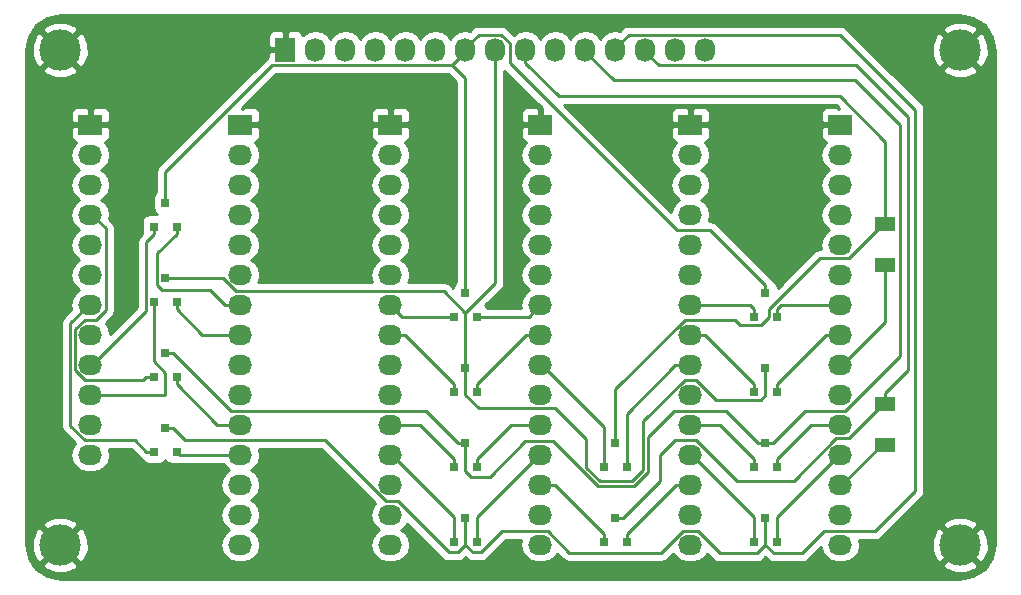
<source format=gtl>
G04 #@! TF.FileFunction,Copper,L1,Top,Signal*
%FSLAX46Y46*%
G04 Gerber Fmt 4.6, Leading zero omitted, Abs format (unit mm)*
G04 Created by KiCad (PCBNEW 4.0.2-4+6225~38~ubuntu15.10.1-stable) date Sun 27 Mar 2016 09:59:08 PM MSK*
%MOMM*%
G01*
G04 APERTURE LIST*
%ADD10C,0.020000*%
%ADD11C,3.500000*%
%ADD12R,2.032000X1.727200*%
%ADD13O,2.032000X1.727200*%
%ADD14R,0.800100X0.800100*%
%ADD15R,1.699260X1.300480*%
%ADD16R,1.727200X2.032000*%
%ADD17O,1.727200X2.032000*%
%ADD18C,0.250000*%
%ADD19C,0.254000*%
G04 APERTURE END LIST*
D10*
D11*
X161290000Y-101600000D03*
X161290000Y-143510000D03*
X85090000Y-143510000D03*
D12*
X125730000Y-107950000D03*
D13*
X125730000Y-110490000D03*
X125730000Y-113030000D03*
X125730000Y-115570000D03*
X125730000Y-118110000D03*
X125730000Y-120650000D03*
X125730000Y-123190000D03*
X125730000Y-125730000D03*
X125730000Y-128270000D03*
X125730000Y-130810000D03*
X125730000Y-133350000D03*
X125730000Y-135890000D03*
X125730000Y-138430000D03*
X125730000Y-140970000D03*
X125730000Y-143510000D03*
D12*
X138430000Y-107950000D03*
D13*
X138430000Y-110490000D03*
X138430000Y-113030000D03*
X138430000Y-115570000D03*
X138430000Y-118110000D03*
X138430000Y-120650000D03*
X138430000Y-123190000D03*
X138430000Y-125730000D03*
X138430000Y-128270000D03*
X138430000Y-130810000D03*
X138430000Y-133350000D03*
X138430000Y-135890000D03*
X138430000Y-138430000D03*
X138430000Y-140970000D03*
X138430000Y-143510000D03*
D12*
X100330000Y-107950000D03*
D13*
X100330000Y-110490000D03*
X100330000Y-113030000D03*
X100330000Y-115570000D03*
X100330000Y-118110000D03*
X100330000Y-120650000D03*
X100330000Y-123190000D03*
X100330000Y-125730000D03*
X100330000Y-128270000D03*
X100330000Y-130810000D03*
X100330000Y-133350000D03*
X100330000Y-135890000D03*
X100330000Y-138430000D03*
X100330000Y-140970000D03*
X100330000Y-143510000D03*
D12*
X87630000Y-107950000D03*
D13*
X87630000Y-110490000D03*
X87630000Y-113030000D03*
X87630000Y-115570000D03*
X87630000Y-118110000D03*
X87630000Y-120650000D03*
X87630000Y-123190000D03*
X87630000Y-125730000D03*
X87630000Y-128270000D03*
X87630000Y-130810000D03*
X87630000Y-133350000D03*
X87630000Y-135890000D03*
D12*
X113030000Y-107950000D03*
D13*
X113030000Y-110490000D03*
X113030000Y-113030000D03*
X113030000Y-115570000D03*
X113030000Y-118110000D03*
X113030000Y-120650000D03*
X113030000Y-123190000D03*
X113030000Y-125730000D03*
X113030000Y-128270000D03*
X113030000Y-130810000D03*
X113030000Y-133350000D03*
X113030000Y-135890000D03*
X113030000Y-138430000D03*
X113030000Y-140970000D03*
X113030000Y-143510000D03*
D12*
X151130000Y-107950000D03*
D13*
X151130000Y-110490000D03*
X151130000Y-113030000D03*
X151130000Y-115570000D03*
X151130000Y-118110000D03*
X151130000Y-120650000D03*
X151130000Y-123190000D03*
X151130000Y-125730000D03*
X151130000Y-128270000D03*
X151130000Y-130810000D03*
X151130000Y-133350000D03*
X151130000Y-135890000D03*
X151130000Y-138430000D03*
X151130000Y-140970000D03*
X151130000Y-143510000D03*
D14*
X93030000Y-129270760D03*
X94930000Y-129270760D03*
X93980000Y-127271780D03*
X118430000Y-136890760D03*
X120330000Y-136890760D03*
X119380000Y-134891780D03*
X143830000Y-136890760D03*
X145730000Y-136890760D03*
X144780000Y-134891780D03*
X93030000Y-135620760D03*
X94930000Y-135620760D03*
X93980000Y-133621780D03*
X118430000Y-143240760D03*
X120330000Y-143240760D03*
X119380000Y-141241780D03*
X93030000Y-122920760D03*
X94930000Y-122920760D03*
X93980000Y-120921780D03*
X93030000Y-116570760D03*
X94930000Y-116570760D03*
X93980000Y-114571780D03*
X118430000Y-124190760D03*
X120330000Y-124190760D03*
X119380000Y-122191780D03*
X143830000Y-124190760D03*
X145730000Y-124190760D03*
X144780000Y-122191780D03*
X131130000Y-136890760D03*
X133030000Y-136890760D03*
X132080000Y-134891780D03*
X118430000Y-130540760D03*
X120330000Y-130540760D03*
X119380000Y-128541780D03*
X131130000Y-143240760D03*
X133030000Y-143240760D03*
X132080000Y-141241780D03*
X143830000Y-130540760D03*
X145730000Y-130540760D03*
X144780000Y-128541780D03*
X143830000Y-143240760D03*
X145730000Y-143240760D03*
X144780000Y-141241780D03*
D15*
X154940000Y-116359940D03*
X154940000Y-119860060D03*
X154940000Y-131599940D03*
X154940000Y-135100060D03*
D11*
X85090000Y-101600000D03*
D16*
X104140000Y-101600000D03*
D17*
X106680000Y-101600000D03*
X109220000Y-101600000D03*
X111760000Y-101600000D03*
X114300000Y-101600000D03*
X116840000Y-101600000D03*
X119380000Y-101600000D03*
X121920000Y-101600000D03*
X124460000Y-101600000D03*
X127000000Y-101600000D03*
X129540000Y-101600000D03*
X132080000Y-101600000D03*
X134620000Y-101600000D03*
X137160000Y-101600000D03*
X139700000Y-101600000D03*
D18*
X151130000Y-128270000D02*
X151282400Y-128270000D01*
X151282400Y-128270000D02*
X154940000Y-124612400D01*
X154940000Y-124612400D02*
X154940000Y-120760300D01*
X154940000Y-120760300D02*
X154940000Y-119860060D01*
X151130000Y-138430000D02*
X151282400Y-138430000D01*
X151282400Y-138430000D02*
X154612340Y-135100060D01*
X154612340Y-135100060D02*
X154940000Y-135100060D01*
X93030000Y-129270760D02*
X92379950Y-129270760D01*
X92110710Y-129540000D02*
X87137363Y-129540000D01*
X86338990Y-125258373D02*
X87137363Y-124460000D01*
X92379950Y-129270760D02*
X92110710Y-129540000D01*
X87137363Y-129540000D02*
X86338990Y-128741627D01*
X86338990Y-128741627D02*
X86338990Y-125258373D01*
X87137363Y-124460000D02*
X88122637Y-124460000D01*
X87782400Y-115570000D02*
X87630000Y-115570000D01*
X88122637Y-124460000D02*
X88921010Y-123661627D01*
X88921010Y-123661627D02*
X88921010Y-116708610D01*
X88921010Y-116708610D02*
X87782400Y-115570000D01*
X100330000Y-133350000D02*
X98359190Y-133350000D01*
X98359190Y-133350000D02*
X94930000Y-129920810D01*
X94930000Y-129920810D02*
X94930000Y-129270760D01*
X118430000Y-136890760D02*
X118430000Y-136240710D01*
X118430000Y-136240710D02*
X115539290Y-133350000D01*
X114296000Y-133350000D02*
X113030000Y-133350000D01*
X115539290Y-133350000D02*
X114296000Y-133350000D01*
X120330000Y-136890760D02*
X120330000Y-136240710D01*
X120330000Y-136240710D02*
X123220710Y-133350000D01*
X123220710Y-133350000D02*
X124464000Y-133350000D01*
X124464000Y-133350000D02*
X125730000Y-133350000D01*
X143830000Y-136890760D02*
X143830000Y-136240710D01*
X143830000Y-136240710D02*
X140939290Y-133350000D01*
X140939290Y-133350000D02*
X139696000Y-133350000D01*
X139696000Y-133350000D02*
X138430000Y-133350000D01*
X145730000Y-136890760D02*
X145730000Y-136240710D01*
X145730000Y-136240710D02*
X148620710Y-133350000D01*
X148620710Y-133350000D02*
X149864000Y-133350000D01*
X149864000Y-133350000D02*
X151130000Y-133350000D01*
X87477600Y-123190000D02*
X87630000Y-123190000D01*
X85938979Y-124728621D02*
X87477600Y-123190000D01*
X85938979Y-133421616D02*
X85938979Y-124728621D01*
X91379190Y-134620000D02*
X87137363Y-134620000D01*
X87137363Y-134620000D02*
X85938979Y-133421616D01*
X92379950Y-135620760D02*
X91379190Y-134620000D01*
X93030000Y-135620760D02*
X92379950Y-135620760D01*
X100330000Y-135890000D02*
X95199240Y-135890000D01*
X95199240Y-135890000D02*
X94930000Y-135620760D01*
X113030000Y-135890000D02*
X113182400Y-135890000D01*
X113182400Y-135890000D02*
X118430000Y-141137600D01*
X118430000Y-142590710D02*
X118430000Y-143240760D01*
X118430000Y-141137600D02*
X118430000Y-142590710D01*
X120330000Y-143240760D02*
X120330000Y-141137600D01*
X120330000Y-141137600D02*
X125577600Y-135890000D01*
X125577600Y-135890000D02*
X125730000Y-135890000D01*
X93980000Y-130810000D02*
X93980000Y-128925658D01*
X93030000Y-127975658D02*
X93030000Y-123570810D01*
X93980000Y-128925658D02*
X93030000Y-127975658D01*
X93030000Y-123570810D02*
X93030000Y-122920760D01*
X87630000Y-130810000D02*
X93980000Y-130810000D01*
X100330000Y-125730000D02*
X97089190Y-125730000D01*
X97089190Y-125730000D02*
X94930000Y-123570810D01*
X94930000Y-123570810D02*
X94930000Y-122920760D01*
X92354949Y-123697451D02*
X92354949Y-117895861D01*
X87782400Y-128270000D02*
X92354949Y-123697451D01*
X92354949Y-117895861D02*
X93030000Y-117220810D01*
X93030000Y-117220810D02*
X93030000Y-116570760D01*
X87630000Y-128270000D02*
X87782400Y-128270000D01*
X93683118Y-121920000D02*
X93304949Y-121541831D01*
X93304949Y-121541831D02*
X93304949Y-118845861D01*
X93304949Y-118845861D02*
X94930000Y-117220810D01*
X94930000Y-117220810D02*
X94930000Y-116570760D01*
X97794000Y-121920000D02*
X93683118Y-121920000D01*
X100330000Y-123190000D02*
X99064000Y-123190000D01*
X99064000Y-123190000D02*
X97794000Y-121920000D01*
X118430000Y-124190760D02*
X114030760Y-124190760D01*
X114030760Y-124190760D02*
X113030000Y-123190000D01*
X120330000Y-124190760D02*
X124729240Y-124190760D01*
X124729240Y-124190760D02*
X125730000Y-123190000D01*
X143830000Y-124190760D02*
X143830000Y-123540710D01*
X143830000Y-123540710D02*
X143479290Y-123190000D01*
X143479290Y-123190000D02*
X139696000Y-123190000D01*
X139696000Y-123190000D02*
X138430000Y-123190000D01*
X145730000Y-124190760D02*
X145730000Y-123540710D01*
X145730000Y-123540710D02*
X146080710Y-123190000D01*
X146080710Y-123190000D02*
X149864000Y-123190000D01*
X149864000Y-123190000D02*
X151130000Y-123190000D01*
X125882400Y-128270000D02*
X125730000Y-128270000D01*
X131130000Y-133517600D02*
X125882400Y-128270000D01*
X131130000Y-136890760D02*
X131130000Y-133517600D01*
X137164000Y-128270000D02*
X138430000Y-128270000D01*
X133030000Y-136890760D02*
X133030000Y-132404000D01*
X133030000Y-132404000D02*
X137164000Y-128270000D01*
X118430000Y-130540760D02*
X118430000Y-129890710D01*
X118430000Y-129890710D02*
X114269290Y-125730000D01*
X114269290Y-125730000D02*
X113030000Y-125730000D01*
X120330000Y-130540760D02*
X120330000Y-129890710D01*
X120330000Y-129890710D02*
X124490710Y-125730000D01*
X124490710Y-125730000D02*
X125730000Y-125730000D01*
X131130000Y-143240760D02*
X131130000Y-142590710D01*
X131130000Y-142590710D02*
X126969290Y-138430000D01*
X126969290Y-138430000D02*
X125730000Y-138430000D01*
X133030000Y-143240760D02*
X133030000Y-142590710D01*
X133030000Y-142590710D02*
X137190710Y-138430000D01*
X137190710Y-138430000D02*
X138430000Y-138430000D01*
X143830000Y-130540760D02*
X143830000Y-129890710D01*
X143830000Y-129890710D02*
X139669290Y-125730000D01*
X139669290Y-125730000D02*
X138430000Y-125730000D01*
X145730000Y-130540760D02*
X145730000Y-129890710D01*
X149890710Y-125730000D02*
X151130000Y-125730000D01*
X145730000Y-129890710D02*
X149890710Y-125730000D01*
X143830000Y-143240760D02*
X143830000Y-141137600D01*
X143830000Y-141137600D02*
X138582400Y-135890000D01*
X138582400Y-135890000D02*
X138430000Y-135890000D01*
X145730000Y-143240760D02*
X145730000Y-141137600D01*
X145730000Y-141137600D02*
X150977600Y-135890000D01*
X150977600Y-135890000D02*
X151130000Y-135890000D01*
X144780000Y-134891780D02*
X144129950Y-134891780D01*
X144129950Y-134891780D02*
X141449560Y-132211390D01*
X121476337Y-137740709D02*
X119884847Y-137740709D01*
X119884847Y-137740709D02*
X119380000Y-137235862D01*
X119380000Y-137235862D02*
X119380000Y-135541830D01*
X141449560Y-132211390D02*
X137028610Y-132211390D01*
X137028610Y-132211390D02*
X134832920Y-134407080D01*
X134832920Y-134407080D02*
X134832920Y-137332959D01*
X134832920Y-137332959D02*
X133621463Y-138544416D01*
X133621463Y-138544416D02*
X130619959Y-138544416D01*
X130619959Y-138544416D02*
X126826933Y-134751390D01*
X126826933Y-134751390D02*
X124465656Y-134751390D01*
X124465656Y-134751390D02*
X121476337Y-137740709D01*
X119380000Y-135541830D02*
X119380000Y-134891780D01*
X129540000Y-101600000D02*
X129540000Y-101752400D01*
X129540000Y-101752400D02*
X131927600Y-104140000D01*
X131927600Y-104140000D02*
X152400000Y-104140000D01*
X152400000Y-104140000D02*
X156210000Y-107950000D01*
X156210000Y-107950000D02*
X156210000Y-127492637D01*
X156210000Y-127492637D02*
X151491247Y-132211390D01*
X151491247Y-132211390D02*
X148110440Y-132211390D01*
X148110440Y-132211390D02*
X145430050Y-134891780D01*
X145430050Y-134891780D02*
X144780000Y-134891780D01*
X93980000Y-127271780D02*
X94630050Y-127271780D01*
X94630050Y-127271780D02*
X99569660Y-132211390D01*
X99569660Y-132211390D02*
X116049560Y-132211390D01*
X116049560Y-132211390D02*
X118729950Y-134891780D01*
X118729950Y-134891780D02*
X119380000Y-134891780D01*
X132080000Y-101447600D02*
X133218610Y-100308990D01*
X132080000Y-101600000D02*
X132080000Y-101447600D01*
X93980000Y-133621780D02*
X94630050Y-133621780D01*
X118736489Y-144153511D02*
X119380000Y-143510000D01*
X94630050Y-133621780D02*
X95628270Y-134620000D01*
X113654027Y-139831390D02*
X117976148Y-144153511D01*
X95628270Y-134620000D02*
X107457363Y-134620000D01*
X107457363Y-134620000D02*
X112668753Y-139831390D01*
X112668753Y-139831390D02*
X113654027Y-139831390D01*
X117976148Y-144153511D02*
X118736489Y-144153511D01*
X144780000Y-143510000D02*
X144060373Y-144229627D01*
X144060373Y-144229627D02*
X140912264Y-144229627D01*
X140912264Y-144229627D02*
X139054027Y-142371390D01*
X135966765Y-144210598D02*
X128193235Y-144210598D01*
X139054027Y-142371390D02*
X137805973Y-142371390D01*
X120023511Y-144153511D02*
X119380000Y-143510000D01*
X137805973Y-142371390D02*
X135966765Y-144210598D01*
X128193235Y-144210598D02*
X126354027Y-142371390D01*
X126354027Y-142371390D02*
X122494472Y-142371390D01*
X122494472Y-142371390D02*
X120712351Y-144153511D01*
X120712351Y-144153511D02*
X120023511Y-144153511D01*
X145518656Y-144248656D02*
X144780000Y-143510000D01*
X157480000Y-106680000D02*
X157480000Y-138922637D01*
X133218610Y-100308990D02*
X151108990Y-100308990D01*
X149728610Y-142371390D02*
X147851344Y-144248656D01*
X151108990Y-100308990D02*
X157480000Y-106680000D01*
X147851344Y-144248656D02*
X145518656Y-144248656D01*
X157480000Y-138922637D02*
X154031247Y-142371390D01*
X154031247Y-142371390D02*
X149728610Y-142371390D01*
X144780000Y-141241780D02*
X144780000Y-143510000D01*
X119380000Y-143510000D02*
X119380000Y-141241780D01*
X144780000Y-128541780D02*
X144780000Y-130810000D01*
X144780000Y-130810000D02*
X144374189Y-131215811D01*
X144374189Y-131215811D02*
X140598448Y-131215811D01*
X140598448Y-131215811D02*
X138922637Y-129540000D01*
X138922637Y-129540000D02*
X137937363Y-129540000D01*
X137937363Y-129540000D02*
X134432909Y-133044454D01*
X134432909Y-133044454D02*
X134432909Y-137167270D01*
X134432909Y-137167270D02*
X133455774Y-138144405D01*
X133455774Y-138144405D02*
X130785648Y-138144405D01*
X130785648Y-138144405D02*
X129620787Y-136979544D01*
X129620787Y-136979544D02*
X129620787Y-134581880D01*
X129620787Y-134581880D02*
X126987517Y-131948610D01*
X120518610Y-131948610D02*
X119380000Y-130810000D01*
X126987517Y-131948610D02*
X120518610Y-131948610D01*
X119380000Y-129191830D02*
X119380000Y-128541780D01*
X119380000Y-130810000D02*
X119380000Y-129191830D01*
X93980000Y-120921780D02*
X98839143Y-120921780D01*
X98839143Y-120921780D02*
X99968753Y-122051390D01*
X99968753Y-122051390D02*
X117585732Y-122051390D01*
X117585732Y-122051390D02*
X119380000Y-123845658D01*
X119380000Y-128541780D02*
X119380000Y-123845658D01*
X119380000Y-123845658D02*
X121920000Y-121305658D01*
X121920000Y-102866000D02*
X121920000Y-101600000D01*
X121920000Y-121305658D02*
X121920000Y-102866000D01*
X144780000Y-121541730D02*
X144780000Y-122191780D01*
X140111392Y-116873122D02*
X144780000Y-121541730D01*
X137272496Y-116873122D02*
X140111392Y-116873122D01*
X123145329Y-102745955D02*
X137272496Y-116873122D01*
X122391627Y-100308990D02*
X123145329Y-101062692D01*
X120518610Y-100308990D02*
X122391627Y-100308990D01*
X119380000Y-101447600D02*
X120518610Y-100308990D01*
X119380000Y-101600000D02*
X119380000Y-101447600D01*
X123145329Y-101062692D02*
X123145329Y-102745955D01*
X119380000Y-101752400D02*
X119380000Y-101600000D01*
X118241390Y-102891010D02*
X119380000Y-101752400D01*
X119380000Y-122191780D02*
X119380000Y-104029620D01*
X119380000Y-104029620D02*
X118241390Y-102891010D01*
X93980000Y-114571780D02*
X93980000Y-111925398D01*
X93980000Y-111925398D02*
X103014388Y-102891010D01*
X103014388Y-102891010D02*
X118241390Y-102891010D01*
X154940000Y-116359940D02*
X154940000Y-109385398D01*
X154940000Y-109385398D02*
X151061715Y-105507113D01*
X151061715Y-105507113D02*
X127282957Y-105507113D01*
X127282957Y-105507113D02*
X124460000Y-102684156D01*
X124460000Y-102684156D02*
X124460000Y-101600000D01*
X144374189Y-124865811D02*
X145054949Y-124185051D01*
X145054949Y-124185051D02*
X145054949Y-123570709D01*
X145054949Y-123570709D02*
X149377049Y-119248610D01*
X149377049Y-119248610D02*
X151851940Y-119248610D01*
X151851940Y-119248610D02*
X154740610Y-116359940D01*
X154740610Y-116359940D02*
X154940000Y-116359940D01*
X142240000Y-124460000D02*
X142645811Y-124865811D01*
X142645811Y-124865811D02*
X144374189Y-124865811D01*
X137937363Y-124460000D02*
X142240000Y-124460000D01*
X132080000Y-134891780D02*
X132080000Y-130317363D01*
X132080000Y-130317363D02*
X137937363Y-124460000D01*
X132080000Y-141241780D02*
X132730050Y-141241780D01*
X132730050Y-141241780D02*
X135890000Y-138081830D01*
X138922637Y-134620000D02*
X142385869Y-138083232D01*
X135890000Y-138081830D02*
X135890000Y-135890000D01*
X135890000Y-135890000D02*
X137160000Y-134620000D01*
X137160000Y-134620000D02*
X138922637Y-134620000D01*
X142385869Y-138083232D02*
X147174131Y-138083232D01*
X147174131Y-138083232D02*
X150768753Y-134488610D01*
X150768753Y-134488610D02*
X151851940Y-134488610D01*
X151851940Y-134488610D02*
X154740610Y-131599940D01*
X154740610Y-131599940D02*
X154940000Y-131599940D01*
X154940000Y-131599940D02*
X154940000Y-130699700D01*
X135758610Y-102891010D02*
X134620000Y-101752400D01*
X154940000Y-130699700D02*
X156897643Y-128742057D01*
X156897643Y-128742057D02*
X156897643Y-107303306D01*
X156897643Y-107303306D02*
X152485347Y-102891010D01*
X152485347Y-102891010D02*
X135758610Y-102891010D01*
X134620000Y-101752400D02*
X134620000Y-101600000D01*
D19*
G36*
X162402713Y-98913671D02*
X163346027Y-99543973D01*
X163976329Y-100487286D01*
X164215000Y-101687165D01*
X164215000Y-143422835D01*
X163976329Y-144622714D01*
X163346027Y-145566027D01*
X162402713Y-146196329D01*
X161202835Y-146435000D01*
X85177165Y-146435000D01*
X83977286Y-146196329D01*
X83033973Y-145566027D01*
X82792428Y-145204528D01*
X83575077Y-145204528D01*
X83765364Y-145549271D01*
X84646591Y-145900956D01*
X85595323Y-145888641D01*
X86414636Y-145549271D01*
X86604923Y-145204528D01*
X159775077Y-145204528D01*
X159965364Y-145549271D01*
X160846591Y-145900956D01*
X161795323Y-145888641D01*
X162614636Y-145549271D01*
X162804923Y-145204528D01*
X161290000Y-143689605D01*
X159775077Y-145204528D01*
X86604923Y-145204528D01*
X85090000Y-143689605D01*
X83575077Y-145204528D01*
X82792428Y-145204528D01*
X82403671Y-144622713D01*
X82165000Y-143422835D01*
X82165000Y-143066591D01*
X82699044Y-143066591D01*
X82711359Y-144015323D01*
X83050729Y-144834636D01*
X83395472Y-145024923D01*
X84910395Y-143510000D01*
X85269605Y-143510000D01*
X86784528Y-145024923D01*
X87129271Y-144834636D01*
X87480956Y-143953409D01*
X87468641Y-143004677D01*
X87129271Y-142185364D01*
X86784528Y-141995077D01*
X85269605Y-143510000D01*
X84910395Y-143510000D01*
X83395472Y-141995077D01*
X83050729Y-142185364D01*
X82699044Y-143066591D01*
X82165000Y-143066591D01*
X82165000Y-141815472D01*
X83575077Y-141815472D01*
X85090000Y-143330395D01*
X86604923Y-141815472D01*
X86414636Y-141470729D01*
X85533409Y-141119044D01*
X84584677Y-141131359D01*
X83765364Y-141470729D01*
X83575077Y-141815472D01*
X82165000Y-141815472D01*
X82165000Y-124728621D01*
X85178979Y-124728621D01*
X85178979Y-133421616D01*
X85236831Y-133712455D01*
X85401578Y-133959017D01*
X86340446Y-134897885D01*
X86060729Y-135316511D01*
X85946655Y-135890000D01*
X86060729Y-136463489D01*
X86385585Y-136949670D01*
X86871766Y-137274526D01*
X87445255Y-137388600D01*
X87814745Y-137388600D01*
X88388234Y-137274526D01*
X88874415Y-136949670D01*
X89199271Y-136463489D01*
X89313345Y-135890000D01*
X89211900Y-135380000D01*
X91064388Y-135380000D01*
X91842549Y-136158161D01*
X92055166Y-136300227D01*
X92165860Y-136472251D01*
X92378060Y-136617241D01*
X92629950Y-136668250D01*
X93430050Y-136668250D01*
X93665367Y-136623972D01*
X93881491Y-136484900D01*
X93980632Y-136339803D01*
X94065860Y-136472251D01*
X94278060Y-136617241D01*
X94529950Y-136668250D01*
X95330050Y-136668250D01*
X95427040Y-136650000D01*
X98885352Y-136650000D01*
X99085585Y-136949670D01*
X99400366Y-137160000D01*
X99085585Y-137370330D01*
X98760729Y-137856511D01*
X98646655Y-138430000D01*
X98760729Y-139003489D01*
X99085585Y-139489670D01*
X99400366Y-139700000D01*
X99085585Y-139910330D01*
X98760729Y-140396511D01*
X98646655Y-140970000D01*
X98760729Y-141543489D01*
X99085585Y-142029670D01*
X99400366Y-142240000D01*
X99085585Y-142450330D01*
X98760729Y-142936511D01*
X98646655Y-143510000D01*
X98760729Y-144083489D01*
X99085585Y-144569670D01*
X99571766Y-144894526D01*
X100145255Y-145008600D01*
X100514745Y-145008600D01*
X101088234Y-144894526D01*
X101574415Y-144569670D01*
X101899271Y-144083489D01*
X102013345Y-143510000D01*
X101899271Y-142936511D01*
X101574415Y-142450330D01*
X101259634Y-142240000D01*
X101574415Y-142029670D01*
X101899271Y-141543489D01*
X102013345Y-140970000D01*
X101899271Y-140396511D01*
X101574415Y-139910330D01*
X101259634Y-139700000D01*
X101574415Y-139489670D01*
X101899271Y-139003489D01*
X102013345Y-138430000D01*
X101899271Y-137856511D01*
X101574415Y-137370330D01*
X101259634Y-137160000D01*
X101574415Y-136949670D01*
X101899271Y-136463489D01*
X102013345Y-135890000D01*
X101911900Y-135380000D01*
X107142561Y-135380000D01*
X111740446Y-139977885D01*
X111460729Y-140396511D01*
X111346655Y-140970000D01*
X111460729Y-141543489D01*
X111785585Y-142029670D01*
X112100366Y-142240000D01*
X111785585Y-142450330D01*
X111460729Y-142936511D01*
X111346655Y-143510000D01*
X111460729Y-144083489D01*
X111785585Y-144569670D01*
X112271766Y-144894526D01*
X112845255Y-145008600D01*
X113214745Y-145008600D01*
X113788234Y-144894526D01*
X114274415Y-144569670D01*
X114599271Y-144083489D01*
X114713345Y-143510000D01*
X114599271Y-142936511D01*
X114274415Y-142450330D01*
X113959634Y-142240000D01*
X114274415Y-142029670D01*
X114475925Y-141728090D01*
X117438747Y-144690912D01*
X117685309Y-144855659D01*
X117976148Y-144913511D01*
X118736489Y-144913511D01*
X119027328Y-144855659D01*
X119273890Y-144690912D01*
X119380000Y-144584802D01*
X119486110Y-144690912D01*
X119732672Y-144855659D01*
X120023511Y-144913511D01*
X120712351Y-144913511D01*
X121003190Y-144855659D01*
X121249752Y-144690912D01*
X122809274Y-143131390D01*
X124121965Y-143131390D01*
X124046655Y-143510000D01*
X124160729Y-144083489D01*
X124485585Y-144569670D01*
X124971766Y-144894526D01*
X125545255Y-145008600D01*
X125914745Y-145008600D01*
X126488234Y-144894526D01*
X126974415Y-144569670D01*
X127175925Y-144268090D01*
X127655834Y-144747999D01*
X127902396Y-144912746D01*
X128193235Y-144970598D01*
X135966765Y-144970598D01*
X136257604Y-144912746D01*
X136504166Y-144747999D01*
X136984075Y-144268090D01*
X137185585Y-144569670D01*
X137671766Y-144894526D01*
X138245255Y-145008600D01*
X138614745Y-145008600D01*
X139188234Y-144894526D01*
X139674415Y-144569670D01*
X139875925Y-144268090D01*
X140374863Y-144767028D01*
X140621425Y-144931775D01*
X140912264Y-144989627D01*
X144060373Y-144989627D01*
X144351212Y-144931775D01*
X144597774Y-144767028D01*
X144780000Y-144584802D01*
X144981255Y-144786057D01*
X145227816Y-144950804D01*
X145518656Y-145008656D01*
X147851344Y-145008656D01*
X148142183Y-144950804D01*
X148388745Y-144786057D01*
X149482848Y-143691954D01*
X149560729Y-144083489D01*
X149885585Y-144569670D01*
X150371766Y-144894526D01*
X150945255Y-145008600D01*
X151314745Y-145008600D01*
X151888234Y-144894526D01*
X152374415Y-144569670D01*
X152699271Y-144083489D01*
X152813345Y-143510000D01*
X152738035Y-143131390D01*
X154031247Y-143131390D01*
X154322086Y-143073538D01*
X154332482Y-143066591D01*
X158899044Y-143066591D01*
X158911359Y-144015323D01*
X159250729Y-144834636D01*
X159595472Y-145024923D01*
X161110395Y-143510000D01*
X161469605Y-143510000D01*
X162984528Y-145024923D01*
X163329271Y-144834636D01*
X163680956Y-143953409D01*
X163668641Y-143004677D01*
X163329271Y-142185364D01*
X162984528Y-141995077D01*
X161469605Y-143510000D01*
X161110395Y-143510000D01*
X159595472Y-141995077D01*
X159250729Y-142185364D01*
X158899044Y-143066591D01*
X154332482Y-143066591D01*
X154568648Y-142908791D01*
X155661967Y-141815472D01*
X159775077Y-141815472D01*
X161290000Y-143330395D01*
X162804923Y-141815472D01*
X162614636Y-141470729D01*
X161733409Y-141119044D01*
X160784677Y-141131359D01*
X159965364Y-141470729D01*
X159775077Y-141815472D01*
X155661967Y-141815472D01*
X158017401Y-139460038D01*
X158182148Y-139213477D01*
X158240000Y-138922637D01*
X158240000Y-106680000D01*
X158182148Y-106389161D01*
X158017401Y-106142599D01*
X155169330Y-103294528D01*
X159775077Y-103294528D01*
X159965364Y-103639271D01*
X160846591Y-103990956D01*
X161795323Y-103978641D01*
X162614636Y-103639271D01*
X162804923Y-103294528D01*
X161290000Y-101779605D01*
X159775077Y-103294528D01*
X155169330Y-103294528D01*
X153031393Y-101156591D01*
X158899044Y-101156591D01*
X158911359Y-102105323D01*
X159250729Y-102924636D01*
X159595472Y-103114923D01*
X161110395Y-101600000D01*
X161469605Y-101600000D01*
X162984528Y-103114923D01*
X163329271Y-102924636D01*
X163680956Y-102043409D01*
X163668641Y-101094677D01*
X163329271Y-100275364D01*
X162984528Y-100085077D01*
X161469605Y-101600000D01*
X161110395Y-101600000D01*
X159595472Y-100085077D01*
X159250729Y-100275364D01*
X158899044Y-101156591D01*
X153031393Y-101156591D01*
X151780274Y-99905472D01*
X159775077Y-99905472D01*
X161290000Y-101420395D01*
X162804923Y-99905472D01*
X162614636Y-99560729D01*
X161733409Y-99209044D01*
X160784677Y-99221359D01*
X159965364Y-99560729D01*
X159775077Y-99905472D01*
X151780274Y-99905472D01*
X151646391Y-99771589D01*
X151399829Y-99606842D01*
X151108990Y-99548990D01*
X133218610Y-99548990D01*
X132927771Y-99606842D01*
X132681209Y-99771589D01*
X132460464Y-99992334D01*
X132080000Y-99916655D01*
X131506511Y-100030729D01*
X131020330Y-100355585D01*
X130810000Y-100670366D01*
X130599670Y-100355585D01*
X130113489Y-100030729D01*
X129540000Y-99916655D01*
X128966511Y-100030729D01*
X128480330Y-100355585D01*
X128270000Y-100670366D01*
X128059670Y-100355585D01*
X127573489Y-100030729D01*
X127000000Y-99916655D01*
X126426511Y-100030729D01*
X125940330Y-100355585D01*
X125730000Y-100670366D01*
X125519670Y-100355585D01*
X125033489Y-100030729D01*
X124460000Y-99916655D01*
X123886511Y-100030729D01*
X123467885Y-100310446D01*
X122929028Y-99771589D01*
X122682466Y-99606842D01*
X122391627Y-99548990D01*
X120518610Y-99548990D01*
X120227771Y-99606842D01*
X119981209Y-99771589D01*
X119760464Y-99992334D01*
X119380000Y-99916655D01*
X118806511Y-100030729D01*
X118320330Y-100355585D01*
X118110000Y-100670366D01*
X117899670Y-100355585D01*
X117413489Y-100030729D01*
X116840000Y-99916655D01*
X116266511Y-100030729D01*
X115780330Y-100355585D01*
X115570000Y-100670366D01*
X115359670Y-100355585D01*
X114873489Y-100030729D01*
X114300000Y-99916655D01*
X113726511Y-100030729D01*
X113240330Y-100355585D01*
X113030000Y-100670366D01*
X112819670Y-100355585D01*
X112333489Y-100030729D01*
X111760000Y-99916655D01*
X111186511Y-100030729D01*
X110700330Y-100355585D01*
X110490000Y-100670366D01*
X110279670Y-100355585D01*
X109793489Y-100030729D01*
X109220000Y-99916655D01*
X108646511Y-100030729D01*
X108160330Y-100355585D01*
X107950000Y-100670366D01*
X107739670Y-100355585D01*
X107253489Y-100030729D01*
X106680000Y-99916655D01*
X106106511Y-100030729D01*
X105620330Y-100355585D01*
X105605500Y-100377780D01*
X105541927Y-100224302D01*
X105363299Y-100045673D01*
X105129910Y-99949000D01*
X104425750Y-99949000D01*
X104267000Y-100107750D01*
X104267000Y-101473000D01*
X104287000Y-101473000D01*
X104287000Y-101727000D01*
X104267000Y-101727000D01*
X104267000Y-101747000D01*
X104013000Y-101747000D01*
X104013000Y-101727000D01*
X102800150Y-101727000D01*
X102641400Y-101885750D01*
X102641400Y-102243752D01*
X102476987Y-102353609D01*
X93442599Y-111387997D01*
X93277852Y-111634559D01*
X93220000Y-111925398D01*
X93220000Y-113648767D01*
X93128509Y-113707640D01*
X92983519Y-113919840D01*
X92932510Y-114171730D01*
X92932510Y-114971830D01*
X92976788Y-115207147D01*
X93115860Y-115423271D01*
X93262213Y-115523270D01*
X92629950Y-115523270D01*
X92394633Y-115567548D01*
X92178509Y-115706620D01*
X92033519Y-115918820D01*
X91982510Y-116170710D01*
X91982510Y-116970810D01*
X92017776Y-117158232D01*
X91817548Y-117358460D01*
X91652801Y-117605022D01*
X91594949Y-117895861D01*
X91594949Y-123382649D01*
X89302437Y-125675161D01*
X89199271Y-125156511D01*
X88919554Y-124737885D01*
X89458411Y-124199028D01*
X89623158Y-123952466D01*
X89681010Y-123661627D01*
X89681010Y-116708610D01*
X89623158Y-116417771D01*
X89458411Y-116171209D01*
X89237666Y-115950464D01*
X89313345Y-115570000D01*
X89199271Y-114996511D01*
X88874415Y-114510330D01*
X88559634Y-114300000D01*
X88874415Y-114089670D01*
X89199271Y-113603489D01*
X89313345Y-113030000D01*
X89199271Y-112456511D01*
X88874415Y-111970330D01*
X88559634Y-111760000D01*
X88874415Y-111549670D01*
X89199271Y-111063489D01*
X89313345Y-110490000D01*
X89199271Y-109916511D01*
X88874415Y-109430330D01*
X88852220Y-109415500D01*
X89005698Y-109351927D01*
X89184327Y-109173299D01*
X89281000Y-108939910D01*
X89281000Y-108235750D01*
X89122250Y-108077000D01*
X87757000Y-108077000D01*
X87757000Y-108097000D01*
X87503000Y-108097000D01*
X87503000Y-108077000D01*
X86137750Y-108077000D01*
X85979000Y-108235750D01*
X85979000Y-108939910D01*
X86075673Y-109173299D01*
X86254302Y-109351927D01*
X86407780Y-109415500D01*
X86385585Y-109430330D01*
X86060729Y-109916511D01*
X85946655Y-110490000D01*
X86060729Y-111063489D01*
X86385585Y-111549670D01*
X86700366Y-111760000D01*
X86385585Y-111970330D01*
X86060729Y-112456511D01*
X85946655Y-113030000D01*
X86060729Y-113603489D01*
X86385585Y-114089670D01*
X86700366Y-114300000D01*
X86385585Y-114510330D01*
X86060729Y-114996511D01*
X85946655Y-115570000D01*
X86060729Y-116143489D01*
X86385585Y-116629670D01*
X86700366Y-116840000D01*
X86385585Y-117050330D01*
X86060729Y-117536511D01*
X85946655Y-118110000D01*
X86060729Y-118683489D01*
X86385585Y-119169670D01*
X86700366Y-119380000D01*
X86385585Y-119590330D01*
X86060729Y-120076511D01*
X85946655Y-120650000D01*
X86060729Y-121223489D01*
X86385585Y-121709670D01*
X86700366Y-121920000D01*
X86385585Y-122130330D01*
X86060729Y-122616511D01*
X85946655Y-123190000D01*
X86022334Y-123570464D01*
X85401578Y-124191220D01*
X85236831Y-124437782D01*
X85178979Y-124728621D01*
X82165000Y-124728621D01*
X82165000Y-106960090D01*
X85979000Y-106960090D01*
X85979000Y-107664250D01*
X86137750Y-107823000D01*
X87503000Y-107823000D01*
X87503000Y-106610150D01*
X87757000Y-106610150D01*
X87757000Y-107823000D01*
X89122250Y-107823000D01*
X89281000Y-107664250D01*
X89281000Y-106960090D01*
X89184327Y-106726701D01*
X89005698Y-106548073D01*
X88772309Y-106451400D01*
X87915750Y-106451400D01*
X87757000Y-106610150D01*
X87503000Y-106610150D01*
X87344250Y-106451400D01*
X86487691Y-106451400D01*
X86254302Y-106548073D01*
X86075673Y-106726701D01*
X85979000Y-106960090D01*
X82165000Y-106960090D01*
X82165000Y-103294528D01*
X83575077Y-103294528D01*
X83765364Y-103639271D01*
X84646591Y-103990956D01*
X85595323Y-103978641D01*
X86414636Y-103639271D01*
X86604923Y-103294528D01*
X85090000Y-101779605D01*
X83575077Y-103294528D01*
X82165000Y-103294528D01*
X82165000Y-101687165D01*
X82270537Y-101156591D01*
X82699044Y-101156591D01*
X82711359Y-102105323D01*
X83050729Y-102924636D01*
X83395472Y-103114923D01*
X84910395Y-101600000D01*
X85269605Y-101600000D01*
X86784528Y-103114923D01*
X87129271Y-102924636D01*
X87480956Y-102043409D01*
X87468641Y-101094677D01*
X87204794Y-100457691D01*
X102641400Y-100457691D01*
X102641400Y-101314250D01*
X102800150Y-101473000D01*
X104013000Y-101473000D01*
X104013000Y-100107750D01*
X103854250Y-99949000D01*
X103150090Y-99949000D01*
X102916701Y-100045673D01*
X102738073Y-100224302D01*
X102641400Y-100457691D01*
X87204794Y-100457691D01*
X87129271Y-100275364D01*
X86784528Y-100085077D01*
X85269605Y-101600000D01*
X84910395Y-101600000D01*
X83395472Y-100085077D01*
X83050729Y-100275364D01*
X82699044Y-101156591D01*
X82270537Y-101156591D01*
X82403671Y-100487287D01*
X82792427Y-99905472D01*
X83575077Y-99905472D01*
X85090000Y-101420395D01*
X86604923Y-99905472D01*
X86414636Y-99560729D01*
X85533409Y-99209044D01*
X84584677Y-99221359D01*
X83765364Y-99560729D01*
X83575077Y-99905472D01*
X82792427Y-99905472D01*
X83033973Y-99543973D01*
X83977286Y-98913671D01*
X85177165Y-98675000D01*
X161202835Y-98675000D01*
X162402713Y-98913671D01*
X162402713Y-98913671D01*
G37*
X162402713Y-98913671D02*
X163346027Y-99543973D01*
X163976329Y-100487286D01*
X164215000Y-101687165D01*
X164215000Y-143422835D01*
X163976329Y-144622714D01*
X163346027Y-145566027D01*
X162402713Y-146196329D01*
X161202835Y-146435000D01*
X85177165Y-146435000D01*
X83977286Y-146196329D01*
X83033973Y-145566027D01*
X82792428Y-145204528D01*
X83575077Y-145204528D01*
X83765364Y-145549271D01*
X84646591Y-145900956D01*
X85595323Y-145888641D01*
X86414636Y-145549271D01*
X86604923Y-145204528D01*
X159775077Y-145204528D01*
X159965364Y-145549271D01*
X160846591Y-145900956D01*
X161795323Y-145888641D01*
X162614636Y-145549271D01*
X162804923Y-145204528D01*
X161290000Y-143689605D01*
X159775077Y-145204528D01*
X86604923Y-145204528D01*
X85090000Y-143689605D01*
X83575077Y-145204528D01*
X82792428Y-145204528D01*
X82403671Y-144622713D01*
X82165000Y-143422835D01*
X82165000Y-143066591D01*
X82699044Y-143066591D01*
X82711359Y-144015323D01*
X83050729Y-144834636D01*
X83395472Y-145024923D01*
X84910395Y-143510000D01*
X85269605Y-143510000D01*
X86784528Y-145024923D01*
X87129271Y-144834636D01*
X87480956Y-143953409D01*
X87468641Y-143004677D01*
X87129271Y-142185364D01*
X86784528Y-141995077D01*
X85269605Y-143510000D01*
X84910395Y-143510000D01*
X83395472Y-141995077D01*
X83050729Y-142185364D01*
X82699044Y-143066591D01*
X82165000Y-143066591D01*
X82165000Y-141815472D01*
X83575077Y-141815472D01*
X85090000Y-143330395D01*
X86604923Y-141815472D01*
X86414636Y-141470729D01*
X85533409Y-141119044D01*
X84584677Y-141131359D01*
X83765364Y-141470729D01*
X83575077Y-141815472D01*
X82165000Y-141815472D01*
X82165000Y-124728621D01*
X85178979Y-124728621D01*
X85178979Y-133421616D01*
X85236831Y-133712455D01*
X85401578Y-133959017D01*
X86340446Y-134897885D01*
X86060729Y-135316511D01*
X85946655Y-135890000D01*
X86060729Y-136463489D01*
X86385585Y-136949670D01*
X86871766Y-137274526D01*
X87445255Y-137388600D01*
X87814745Y-137388600D01*
X88388234Y-137274526D01*
X88874415Y-136949670D01*
X89199271Y-136463489D01*
X89313345Y-135890000D01*
X89211900Y-135380000D01*
X91064388Y-135380000D01*
X91842549Y-136158161D01*
X92055166Y-136300227D01*
X92165860Y-136472251D01*
X92378060Y-136617241D01*
X92629950Y-136668250D01*
X93430050Y-136668250D01*
X93665367Y-136623972D01*
X93881491Y-136484900D01*
X93980632Y-136339803D01*
X94065860Y-136472251D01*
X94278060Y-136617241D01*
X94529950Y-136668250D01*
X95330050Y-136668250D01*
X95427040Y-136650000D01*
X98885352Y-136650000D01*
X99085585Y-136949670D01*
X99400366Y-137160000D01*
X99085585Y-137370330D01*
X98760729Y-137856511D01*
X98646655Y-138430000D01*
X98760729Y-139003489D01*
X99085585Y-139489670D01*
X99400366Y-139700000D01*
X99085585Y-139910330D01*
X98760729Y-140396511D01*
X98646655Y-140970000D01*
X98760729Y-141543489D01*
X99085585Y-142029670D01*
X99400366Y-142240000D01*
X99085585Y-142450330D01*
X98760729Y-142936511D01*
X98646655Y-143510000D01*
X98760729Y-144083489D01*
X99085585Y-144569670D01*
X99571766Y-144894526D01*
X100145255Y-145008600D01*
X100514745Y-145008600D01*
X101088234Y-144894526D01*
X101574415Y-144569670D01*
X101899271Y-144083489D01*
X102013345Y-143510000D01*
X101899271Y-142936511D01*
X101574415Y-142450330D01*
X101259634Y-142240000D01*
X101574415Y-142029670D01*
X101899271Y-141543489D01*
X102013345Y-140970000D01*
X101899271Y-140396511D01*
X101574415Y-139910330D01*
X101259634Y-139700000D01*
X101574415Y-139489670D01*
X101899271Y-139003489D01*
X102013345Y-138430000D01*
X101899271Y-137856511D01*
X101574415Y-137370330D01*
X101259634Y-137160000D01*
X101574415Y-136949670D01*
X101899271Y-136463489D01*
X102013345Y-135890000D01*
X101911900Y-135380000D01*
X107142561Y-135380000D01*
X111740446Y-139977885D01*
X111460729Y-140396511D01*
X111346655Y-140970000D01*
X111460729Y-141543489D01*
X111785585Y-142029670D01*
X112100366Y-142240000D01*
X111785585Y-142450330D01*
X111460729Y-142936511D01*
X111346655Y-143510000D01*
X111460729Y-144083489D01*
X111785585Y-144569670D01*
X112271766Y-144894526D01*
X112845255Y-145008600D01*
X113214745Y-145008600D01*
X113788234Y-144894526D01*
X114274415Y-144569670D01*
X114599271Y-144083489D01*
X114713345Y-143510000D01*
X114599271Y-142936511D01*
X114274415Y-142450330D01*
X113959634Y-142240000D01*
X114274415Y-142029670D01*
X114475925Y-141728090D01*
X117438747Y-144690912D01*
X117685309Y-144855659D01*
X117976148Y-144913511D01*
X118736489Y-144913511D01*
X119027328Y-144855659D01*
X119273890Y-144690912D01*
X119380000Y-144584802D01*
X119486110Y-144690912D01*
X119732672Y-144855659D01*
X120023511Y-144913511D01*
X120712351Y-144913511D01*
X121003190Y-144855659D01*
X121249752Y-144690912D01*
X122809274Y-143131390D01*
X124121965Y-143131390D01*
X124046655Y-143510000D01*
X124160729Y-144083489D01*
X124485585Y-144569670D01*
X124971766Y-144894526D01*
X125545255Y-145008600D01*
X125914745Y-145008600D01*
X126488234Y-144894526D01*
X126974415Y-144569670D01*
X127175925Y-144268090D01*
X127655834Y-144747999D01*
X127902396Y-144912746D01*
X128193235Y-144970598D01*
X135966765Y-144970598D01*
X136257604Y-144912746D01*
X136504166Y-144747999D01*
X136984075Y-144268090D01*
X137185585Y-144569670D01*
X137671766Y-144894526D01*
X138245255Y-145008600D01*
X138614745Y-145008600D01*
X139188234Y-144894526D01*
X139674415Y-144569670D01*
X139875925Y-144268090D01*
X140374863Y-144767028D01*
X140621425Y-144931775D01*
X140912264Y-144989627D01*
X144060373Y-144989627D01*
X144351212Y-144931775D01*
X144597774Y-144767028D01*
X144780000Y-144584802D01*
X144981255Y-144786057D01*
X145227816Y-144950804D01*
X145518656Y-145008656D01*
X147851344Y-145008656D01*
X148142183Y-144950804D01*
X148388745Y-144786057D01*
X149482848Y-143691954D01*
X149560729Y-144083489D01*
X149885585Y-144569670D01*
X150371766Y-144894526D01*
X150945255Y-145008600D01*
X151314745Y-145008600D01*
X151888234Y-144894526D01*
X152374415Y-144569670D01*
X152699271Y-144083489D01*
X152813345Y-143510000D01*
X152738035Y-143131390D01*
X154031247Y-143131390D01*
X154322086Y-143073538D01*
X154332482Y-143066591D01*
X158899044Y-143066591D01*
X158911359Y-144015323D01*
X159250729Y-144834636D01*
X159595472Y-145024923D01*
X161110395Y-143510000D01*
X161469605Y-143510000D01*
X162984528Y-145024923D01*
X163329271Y-144834636D01*
X163680956Y-143953409D01*
X163668641Y-143004677D01*
X163329271Y-142185364D01*
X162984528Y-141995077D01*
X161469605Y-143510000D01*
X161110395Y-143510000D01*
X159595472Y-141995077D01*
X159250729Y-142185364D01*
X158899044Y-143066591D01*
X154332482Y-143066591D01*
X154568648Y-142908791D01*
X155661967Y-141815472D01*
X159775077Y-141815472D01*
X161290000Y-143330395D01*
X162804923Y-141815472D01*
X162614636Y-141470729D01*
X161733409Y-141119044D01*
X160784677Y-141131359D01*
X159965364Y-141470729D01*
X159775077Y-141815472D01*
X155661967Y-141815472D01*
X158017401Y-139460038D01*
X158182148Y-139213477D01*
X158240000Y-138922637D01*
X158240000Y-106680000D01*
X158182148Y-106389161D01*
X158017401Y-106142599D01*
X155169330Y-103294528D01*
X159775077Y-103294528D01*
X159965364Y-103639271D01*
X160846591Y-103990956D01*
X161795323Y-103978641D01*
X162614636Y-103639271D01*
X162804923Y-103294528D01*
X161290000Y-101779605D01*
X159775077Y-103294528D01*
X155169330Y-103294528D01*
X153031393Y-101156591D01*
X158899044Y-101156591D01*
X158911359Y-102105323D01*
X159250729Y-102924636D01*
X159595472Y-103114923D01*
X161110395Y-101600000D01*
X161469605Y-101600000D01*
X162984528Y-103114923D01*
X163329271Y-102924636D01*
X163680956Y-102043409D01*
X163668641Y-101094677D01*
X163329271Y-100275364D01*
X162984528Y-100085077D01*
X161469605Y-101600000D01*
X161110395Y-101600000D01*
X159595472Y-100085077D01*
X159250729Y-100275364D01*
X158899044Y-101156591D01*
X153031393Y-101156591D01*
X151780274Y-99905472D01*
X159775077Y-99905472D01*
X161290000Y-101420395D01*
X162804923Y-99905472D01*
X162614636Y-99560729D01*
X161733409Y-99209044D01*
X160784677Y-99221359D01*
X159965364Y-99560729D01*
X159775077Y-99905472D01*
X151780274Y-99905472D01*
X151646391Y-99771589D01*
X151399829Y-99606842D01*
X151108990Y-99548990D01*
X133218610Y-99548990D01*
X132927771Y-99606842D01*
X132681209Y-99771589D01*
X132460464Y-99992334D01*
X132080000Y-99916655D01*
X131506511Y-100030729D01*
X131020330Y-100355585D01*
X130810000Y-100670366D01*
X130599670Y-100355585D01*
X130113489Y-100030729D01*
X129540000Y-99916655D01*
X128966511Y-100030729D01*
X128480330Y-100355585D01*
X128270000Y-100670366D01*
X128059670Y-100355585D01*
X127573489Y-100030729D01*
X127000000Y-99916655D01*
X126426511Y-100030729D01*
X125940330Y-100355585D01*
X125730000Y-100670366D01*
X125519670Y-100355585D01*
X125033489Y-100030729D01*
X124460000Y-99916655D01*
X123886511Y-100030729D01*
X123467885Y-100310446D01*
X122929028Y-99771589D01*
X122682466Y-99606842D01*
X122391627Y-99548990D01*
X120518610Y-99548990D01*
X120227771Y-99606842D01*
X119981209Y-99771589D01*
X119760464Y-99992334D01*
X119380000Y-99916655D01*
X118806511Y-100030729D01*
X118320330Y-100355585D01*
X118110000Y-100670366D01*
X117899670Y-100355585D01*
X117413489Y-100030729D01*
X116840000Y-99916655D01*
X116266511Y-100030729D01*
X115780330Y-100355585D01*
X115570000Y-100670366D01*
X115359670Y-100355585D01*
X114873489Y-100030729D01*
X114300000Y-99916655D01*
X113726511Y-100030729D01*
X113240330Y-100355585D01*
X113030000Y-100670366D01*
X112819670Y-100355585D01*
X112333489Y-100030729D01*
X111760000Y-99916655D01*
X111186511Y-100030729D01*
X110700330Y-100355585D01*
X110490000Y-100670366D01*
X110279670Y-100355585D01*
X109793489Y-100030729D01*
X109220000Y-99916655D01*
X108646511Y-100030729D01*
X108160330Y-100355585D01*
X107950000Y-100670366D01*
X107739670Y-100355585D01*
X107253489Y-100030729D01*
X106680000Y-99916655D01*
X106106511Y-100030729D01*
X105620330Y-100355585D01*
X105605500Y-100377780D01*
X105541927Y-100224302D01*
X105363299Y-100045673D01*
X105129910Y-99949000D01*
X104425750Y-99949000D01*
X104267000Y-100107750D01*
X104267000Y-101473000D01*
X104287000Y-101473000D01*
X104287000Y-101727000D01*
X104267000Y-101727000D01*
X104267000Y-101747000D01*
X104013000Y-101747000D01*
X104013000Y-101727000D01*
X102800150Y-101727000D01*
X102641400Y-101885750D01*
X102641400Y-102243752D01*
X102476987Y-102353609D01*
X93442599Y-111387997D01*
X93277852Y-111634559D01*
X93220000Y-111925398D01*
X93220000Y-113648767D01*
X93128509Y-113707640D01*
X92983519Y-113919840D01*
X92932510Y-114171730D01*
X92932510Y-114971830D01*
X92976788Y-115207147D01*
X93115860Y-115423271D01*
X93262213Y-115523270D01*
X92629950Y-115523270D01*
X92394633Y-115567548D01*
X92178509Y-115706620D01*
X92033519Y-115918820D01*
X91982510Y-116170710D01*
X91982510Y-116970810D01*
X92017776Y-117158232D01*
X91817548Y-117358460D01*
X91652801Y-117605022D01*
X91594949Y-117895861D01*
X91594949Y-123382649D01*
X89302437Y-125675161D01*
X89199271Y-125156511D01*
X88919554Y-124737885D01*
X89458411Y-124199028D01*
X89623158Y-123952466D01*
X89681010Y-123661627D01*
X89681010Y-116708610D01*
X89623158Y-116417771D01*
X89458411Y-116171209D01*
X89237666Y-115950464D01*
X89313345Y-115570000D01*
X89199271Y-114996511D01*
X88874415Y-114510330D01*
X88559634Y-114300000D01*
X88874415Y-114089670D01*
X89199271Y-113603489D01*
X89313345Y-113030000D01*
X89199271Y-112456511D01*
X88874415Y-111970330D01*
X88559634Y-111760000D01*
X88874415Y-111549670D01*
X89199271Y-111063489D01*
X89313345Y-110490000D01*
X89199271Y-109916511D01*
X88874415Y-109430330D01*
X88852220Y-109415500D01*
X89005698Y-109351927D01*
X89184327Y-109173299D01*
X89281000Y-108939910D01*
X89281000Y-108235750D01*
X89122250Y-108077000D01*
X87757000Y-108077000D01*
X87757000Y-108097000D01*
X87503000Y-108097000D01*
X87503000Y-108077000D01*
X86137750Y-108077000D01*
X85979000Y-108235750D01*
X85979000Y-108939910D01*
X86075673Y-109173299D01*
X86254302Y-109351927D01*
X86407780Y-109415500D01*
X86385585Y-109430330D01*
X86060729Y-109916511D01*
X85946655Y-110490000D01*
X86060729Y-111063489D01*
X86385585Y-111549670D01*
X86700366Y-111760000D01*
X86385585Y-111970330D01*
X86060729Y-112456511D01*
X85946655Y-113030000D01*
X86060729Y-113603489D01*
X86385585Y-114089670D01*
X86700366Y-114300000D01*
X86385585Y-114510330D01*
X86060729Y-114996511D01*
X85946655Y-115570000D01*
X86060729Y-116143489D01*
X86385585Y-116629670D01*
X86700366Y-116840000D01*
X86385585Y-117050330D01*
X86060729Y-117536511D01*
X85946655Y-118110000D01*
X86060729Y-118683489D01*
X86385585Y-119169670D01*
X86700366Y-119380000D01*
X86385585Y-119590330D01*
X86060729Y-120076511D01*
X85946655Y-120650000D01*
X86060729Y-121223489D01*
X86385585Y-121709670D01*
X86700366Y-121920000D01*
X86385585Y-122130330D01*
X86060729Y-122616511D01*
X85946655Y-123190000D01*
X86022334Y-123570464D01*
X85401578Y-124191220D01*
X85236831Y-124437782D01*
X85178979Y-124728621D01*
X82165000Y-124728621D01*
X82165000Y-106960090D01*
X85979000Y-106960090D01*
X85979000Y-107664250D01*
X86137750Y-107823000D01*
X87503000Y-107823000D01*
X87503000Y-106610150D01*
X87757000Y-106610150D01*
X87757000Y-107823000D01*
X89122250Y-107823000D01*
X89281000Y-107664250D01*
X89281000Y-106960090D01*
X89184327Y-106726701D01*
X89005698Y-106548073D01*
X88772309Y-106451400D01*
X87915750Y-106451400D01*
X87757000Y-106610150D01*
X87503000Y-106610150D01*
X87344250Y-106451400D01*
X86487691Y-106451400D01*
X86254302Y-106548073D01*
X86075673Y-106726701D01*
X85979000Y-106960090D01*
X82165000Y-106960090D01*
X82165000Y-103294528D01*
X83575077Y-103294528D01*
X83765364Y-103639271D01*
X84646591Y-103990956D01*
X85595323Y-103978641D01*
X86414636Y-103639271D01*
X86604923Y-103294528D01*
X85090000Y-101779605D01*
X83575077Y-103294528D01*
X82165000Y-103294528D01*
X82165000Y-101687165D01*
X82270537Y-101156591D01*
X82699044Y-101156591D01*
X82711359Y-102105323D01*
X83050729Y-102924636D01*
X83395472Y-103114923D01*
X84910395Y-101600000D01*
X85269605Y-101600000D01*
X86784528Y-103114923D01*
X87129271Y-102924636D01*
X87480956Y-102043409D01*
X87468641Y-101094677D01*
X87204794Y-100457691D01*
X102641400Y-100457691D01*
X102641400Y-101314250D01*
X102800150Y-101473000D01*
X104013000Y-101473000D01*
X104013000Y-100107750D01*
X103854250Y-99949000D01*
X103150090Y-99949000D01*
X102916701Y-100045673D01*
X102738073Y-100224302D01*
X102641400Y-100457691D01*
X87204794Y-100457691D01*
X87129271Y-100275364D01*
X86784528Y-100085077D01*
X85269605Y-101600000D01*
X84910395Y-101600000D01*
X83395472Y-100085077D01*
X83050729Y-100275364D01*
X82699044Y-101156591D01*
X82270537Y-101156591D01*
X82403671Y-100487287D01*
X82792427Y-99905472D01*
X83575077Y-99905472D01*
X85090000Y-101420395D01*
X86604923Y-99905472D01*
X86414636Y-99560729D01*
X85533409Y-99209044D01*
X84584677Y-99221359D01*
X83765364Y-99560729D01*
X83575077Y-99905472D01*
X82792427Y-99905472D01*
X83033973Y-99543973D01*
X83977286Y-98913671D01*
X85177165Y-98675000D01*
X161202835Y-98675000D01*
X162402713Y-98913671D01*
G36*
X125895861Y-106571289D02*
X125857000Y-106610150D01*
X125857000Y-107823000D01*
X125877000Y-107823000D01*
X125877000Y-108077000D01*
X125857000Y-108077000D01*
X125857000Y-108097000D01*
X125603000Y-108097000D01*
X125603000Y-108077000D01*
X124237750Y-108077000D01*
X124079000Y-108235750D01*
X124079000Y-108939910D01*
X124175673Y-109173299D01*
X124354302Y-109351927D01*
X124507780Y-109415500D01*
X124485585Y-109430330D01*
X124160729Y-109916511D01*
X124046655Y-110490000D01*
X124160729Y-111063489D01*
X124485585Y-111549670D01*
X124800366Y-111760000D01*
X124485585Y-111970330D01*
X124160729Y-112456511D01*
X124046655Y-113030000D01*
X124160729Y-113603489D01*
X124485585Y-114089670D01*
X124800366Y-114300000D01*
X124485585Y-114510330D01*
X124160729Y-114996511D01*
X124046655Y-115570000D01*
X124160729Y-116143489D01*
X124485585Y-116629670D01*
X124800366Y-116840000D01*
X124485585Y-117050330D01*
X124160729Y-117536511D01*
X124046655Y-118110000D01*
X124160729Y-118683489D01*
X124485585Y-119169670D01*
X124800366Y-119380000D01*
X124485585Y-119590330D01*
X124160729Y-120076511D01*
X124046655Y-120650000D01*
X124160729Y-121223489D01*
X124485585Y-121709670D01*
X124800366Y-121920000D01*
X124485585Y-122130330D01*
X124160729Y-122616511D01*
X124046655Y-123190000D01*
X124094545Y-123430760D01*
X121253013Y-123430760D01*
X121194140Y-123339269D01*
X121055749Y-123244711D01*
X122457401Y-121843059D01*
X122622148Y-121596498D01*
X122664695Y-121382599D01*
X122680000Y-121305658D01*
X122680000Y-106960090D01*
X124079000Y-106960090D01*
X124079000Y-107664250D01*
X124237750Y-107823000D01*
X125603000Y-107823000D01*
X125603000Y-106610150D01*
X125444250Y-106451400D01*
X124587691Y-106451400D01*
X124354302Y-106548073D01*
X124175673Y-106726701D01*
X124079000Y-106960090D01*
X122680000Y-106960090D01*
X122680000Y-103355428D01*
X125895861Y-106571289D01*
X125895861Y-106571289D01*
G37*
X125895861Y-106571289D02*
X125857000Y-106610150D01*
X125857000Y-107823000D01*
X125877000Y-107823000D01*
X125877000Y-108077000D01*
X125857000Y-108077000D01*
X125857000Y-108097000D01*
X125603000Y-108097000D01*
X125603000Y-108077000D01*
X124237750Y-108077000D01*
X124079000Y-108235750D01*
X124079000Y-108939910D01*
X124175673Y-109173299D01*
X124354302Y-109351927D01*
X124507780Y-109415500D01*
X124485585Y-109430330D01*
X124160729Y-109916511D01*
X124046655Y-110490000D01*
X124160729Y-111063489D01*
X124485585Y-111549670D01*
X124800366Y-111760000D01*
X124485585Y-111970330D01*
X124160729Y-112456511D01*
X124046655Y-113030000D01*
X124160729Y-113603489D01*
X124485585Y-114089670D01*
X124800366Y-114300000D01*
X124485585Y-114510330D01*
X124160729Y-114996511D01*
X124046655Y-115570000D01*
X124160729Y-116143489D01*
X124485585Y-116629670D01*
X124800366Y-116840000D01*
X124485585Y-117050330D01*
X124160729Y-117536511D01*
X124046655Y-118110000D01*
X124160729Y-118683489D01*
X124485585Y-119169670D01*
X124800366Y-119380000D01*
X124485585Y-119590330D01*
X124160729Y-120076511D01*
X124046655Y-120650000D01*
X124160729Y-121223489D01*
X124485585Y-121709670D01*
X124800366Y-121920000D01*
X124485585Y-122130330D01*
X124160729Y-122616511D01*
X124046655Y-123190000D01*
X124094545Y-123430760D01*
X121253013Y-123430760D01*
X121194140Y-123339269D01*
X121055749Y-123244711D01*
X122457401Y-121843059D01*
X122622148Y-121596498D01*
X122664695Y-121382599D01*
X122680000Y-121305658D01*
X122680000Y-106960090D01*
X124079000Y-106960090D01*
X124079000Y-107664250D01*
X124237750Y-107823000D01*
X125603000Y-107823000D01*
X125603000Y-106610150D01*
X125444250Y-106451400D01*
X124587691Y-106451400D01*
X124354302Y-106548073D01*
X124175673Y-106726701D01*
X124079000Y-106960090D01*
X122680000Y-106960090D01*
X122680000Y-103355428D01*
X125895861Y-106571289D01*
G36*
X118620000Y-104344422D02*
X118620000Y-121268767D01*
X118528509Y-121327640D01*
X118383519Y-121539840D01*
X118344023Y-121734879D01*
X118123133Y-121513989D01*
X117876571Y-121349242D01*
X117585732Y-121291390D01*
X114553901Y-121291390D01*
X114599271Y-121223489D01*
X114713345Y-120650000D01*
X114599271Y-120076511D01*
X114274415Y-119590330D01*
X113959634Y-119380000D01*
X114274415Y-119169670D01*
X114599271Y-118683489D01*
X114713345Y-118110000D01*
X114599271Y-117536511D01*
X114274415Y-117050330D01*
X113959634Y-116840000D01*
X114274415Y-116629670D01*
X114599271Y-116143489D01*
X114713345Y-115570000D01*
X114599271Y-114996511D01*
X114274415Y-114510330D01*
X113959634Y-114300000D01*
X114274415Y-114089670D01*
X114599271Y-113603489D01*
X114713345Y-113030000D01*
X114599271Y-112456511D01*
X114274415Y-111970330D01*
X113959634Y-111760000D01*
X114274415Y-111549670D01*
X114599271Y-111063489D01*
X114713345Y-110490000D01*
X114599271Y-109916511D01*
X114274415Y-109430330D01*
X114252220Y-109415500D01*
X114405698Y-109351927D01*
X114584327Y-109173299D01*
X114681000Y-108939910D01*
X114681000Y-108235750D01*
X114522250Y-108077000D01*
X113157000Y-108077000D01*
X113157000Y-108097000D01*
X112903000Y-108097000D01*
X112903000Y-108077000D01*
X111537750Y-108077000D01*
X111379000Y-108235750D01*
X111379000Y-108939910D01*
X111475673Y-109173299D01*
X111654302Y-109351927D01*
X111807780Y-109415500D01*
X111785585Y-109430330D01*
X111460729Y-109916511D01*
X111346655Y-110490000D01*
X111460729Y-111063489D01*
X111785585Y-111549670D01*
X112100366Y-111760000D01*
X111785585Y-111970330D01*
X111460729Y-112456511D01*
X111346655Y-113030000D01*
X111460729Y-113603489D01*
X111785585Y-114089670D01*
X112100366Y-114300000D01*
X111785585Y-114510330D01*
X111460729Y-114996511D01*
X111346655Y-115570000D01*
X111460729Y-116143489D01*
X111785585Y-116629670D01*
X112100366Y-116840000D01*
X111785585Y-117050330D01*
X111460729Y-117536511D01*
X111346655Y-118110000D01*
X111460729Y-118683489D01*
X111785585Y-119169670D01*
X112100366Y-119380000D01*
X111785585Y-119590330D01*
X111460729Y-120076511D01*
X111346655Y-120650000D01*
X111460729Y-121223489D01*
X111506099Y-121291390D01*
X101853901Y-121291390D01*
X101899271Y-121223489D01*
X102013345Y-120650000D01*
X101899271Y-120076511D01*
X101574415Y-119590330D01*
X101259634Y-119380000D01*
X101574415Y-119169670D01*
X101899271Y-118683489D01*
X102013345Y-118110000D01*
X101899271Y-117536511D01*
X101574415Y-117050330D01*
X101259634Y-116840000D01*
X101574415Y-116629670D01*
X101899271Y-116143489D01*
X102013345Y-115570000D01*
X101899271Y-114996511D01*
X101574415Y-114510330D01*
X101259634Y-114300000D01*
X101574415Y-114089670D01*
X101899271Y-113603489D01*
X102013345Y-113030000D01*
X101899271Y-112456511D01*
X101574415Y-111970330D01*
X101259634Y-111760000D01*
X101574415Y-111549670D01*
X101899271Y-111063489D01*
X102013345Y-110490000D01*
X101899271Y-109916511D01*
X101574415Y-109430330D01*
X101552220Y-109415500D01*
X101705698Y-109351927D01*
X101884327Y-109173299D01*
X101981000Y-108939910D01*
X101981000Y-108235750D01*
X101822250Y-108077000D01*
X100457000Y-108077000D01*
X100457000Y-108097000D01*
X100203000Y-108097000D01*
X100203000Y-108077000D01*
X100183000Y-108077000D01*
X100183000Y-107823000D01*
X100203000Y-107823000D01*
X100203000Y-107803000D01*
X100457000Y-107803000D01*
X100457000Y-107823000D01*
X101822250Y-107823000D01*
X101981000Y-107664250D01*
X101981000Y-106960090D01*
X111379000Y-106960090D01*
X111379000Y-107664250D01*
X111537750Y-107823000D01*
X112903000Y-107823000D01*
X112903000Y-106610150D01*
X113157000Y-106610150D01*
X113157000Y-107823000D01*
X114522250Y-107823000D01*
X114681000Y-107664250D01*
X114681000Y-106960090D01*
X114584327Y-106726701D01*
X114405698Y-106548073D01*
X114172309Y-106451400D01*
X113315750Y-106451400D01*
X113157000Y-106610150D01*
X112903000Y-106610150D01*
X112744250Y-106451400D01*
X111887691Y-106451400D01*
X111654302Y-106548073D01*
X111475673Y-106726701D01*
X111379000Y-106960090D01*
X101981000Y-106960090D01*
X101884327Y-106726701D01*
X101705698Y-106548073D01*
X101472309Y-106451400D01*
X100615750Y-106451400D01*
X100457002Y-106610148D01*
X100457002Y-106523198D01*
X103329190Y-103651010D01*
X117926588Y-103651010D01*
X118620000Y-104344422D01*
X118620000Y-104344422D01*
G37*
X118620000Y-104344422D02*
X118620000Y-121268767D01*
X118528509Y-121327640D01*
X118383519Y-121539840D01*
X118344023Y-121734879D01*
X118123133Y-121513989D01*
X117876571Y-121349242D01*
X117585732Y-121291390D01*
X114553901Y-121291390D01*
X114599271Y-121223489D01*
X114713345Y-120650000D01*
X114599271Y-120076511D01*
X114274415Y-119590330D01*
X113959634Y-119380000D01*
X114274415Y-119169670D01*
X114599271Y-118683489D01*
X114713345Y-118110000D01*
X114599271Y-117536511D01*
X114274415Y-117050330D01*
X113959634Y-116840000D01*
X114274415Y-116629670D01*
X114599271Y-116143489D01*
X114713345Y-115570000D01*
X114599271Y-114996511D01*
X114274415Y-114510330D01*
X113959634Y-114300000D01*
X114274415Y-114089670D01*
X114599271Y-113603489D01*
X114713345Y-113030000D01*
X114599271Y-112456511D01*
X114274415Y-111970330D01*
X113959634Y-111760000D01*
X114274415Y-111549670D01*
X114599271Y-111063489D01*
X114713345Y-110490000D01*
X114599271Y-109916511D01*
X114274415Y-109430330D01*
X114252220Y-109415500D01*
X114405698Y-109351927D01*
X114584327Y-109173299D01*
X114681000Y-108939910D01*
X114681000Y-108235750D01*
X114522250Y-108077000D01*
X113157000Y-108077000D01*
X113157000Y-108097000D01*
X112903000Y-108097000D01*
X112903000Y-108077000D01*
X111537750Y-108077000D01*
X111379000Y-108235750D01*
X111379000Y-108939910D01*
X111475673Y-109173299D01*
X111654302Y-109351927D01*
X111807780Y-109415500D01*
X111785585Y-109430330D01*
X111460729Y-109916511D01*
X111346655Y-110490000D01*
X111460729Y-111063489D01*
X111785585Y-111549670D01*
X112100366Y-111760000D01*
X111785585Y-111970330D01*
X111460729Y-112456511D01*
X111346655Y-113030000D01*
X111460729Y-113603489D01*
X111785585Y-114089670D01*
X112100366Y-114300000D01*
X111785585Y-114510330D01*
X111460729Y-114996511D01*
X111346655Y-115570000D01*
X111460729Y-116143489D01*
X111785585Y-116629670D01*
X112100366Y-116840000D01*
X111785585Y-117050330D01*
X111460729Y-117536511D01*
X111346655Y-118110000D01*
X111460729Y-118683489D01*
X111785585Y-119169670D01*
X112100366Y-119380000D01*
X111785585Y-119590330D01*
X111460729Y-120076511D01*
X111346655Y-120650000D01*
X111460729Y-121223489D01*
X111506099Y-121291390D01*
X101853901Y-121291390D01*
X101899271Y-121223489D01*
X102013345Y-120650000D01*
X101899271Y-120076511D01*
X101574415Y-119590330D01*
X101259634Y-119380000D01*
X101574415Y-119169670D01*
X101899271Y-118683489D01*
X102013345Y-118110000D01*
X101899271Y-117536511D01*
X101574415Y-117050330D01*
X101259634Y-116840000D01*
X101574415Y-116629670D01*
X101899271Y-116143489D01*
X102013345Y-115570000D01*
X101899271Y-114996511D01*
X101574415Y-114510330D01*
X101259634Y-114300000D01*
X101574415Y-114089670D01*
X101899271Y-113603489D01*
X102013345Y-113030000D01*
X101899271Y-112456511D01*
X101574415Y-111970330D01*
X101259634Y-111760000D01*
X101574415Y-111549670D01*
X101899271Y-111063489D01*
X102013345Y-110490000D01*
X101899271Y-109916511D01*
X101574415Y-109430330D01*
X101552220Y-109415500D01*
X101705698Y-109351927D01*
X101884327Y-109173299D01*
X101981000Y-108939910D01*
X101981000Y-108235750D01*
X101822250Y-108077000D01*
X100457000Y-108077000D01*
X100457000Y-108097000D01*
X100203000Y-108097000D01*
X100203000Y-108077000D01*
X100183000Y-108077000D01*
X100183000Y-107823000D01*
X100203000Y-107823000D01*
X100203000Y-107803000D01*
X100457000Y-107803000D01*
X100457000Y-107823000D01*
X101822250Y-107823000D01*
X101981000Y-107664250D01*
X101981000Y-106960090D01*
X111379000Y-106960090D01*
X111379000Y-107664250D01*
X111537750Y-107823000D01*
X112903000Y-107823000D01*
X112903000Y-106610150D01*
X113157000Y-106610150D01*
X113157000Y-107823000D01*
X114522250Y-107823000D01*
X114681000Y-107664250D01*
X114681000Y-106960090D01*
X114584327Y-106726701D01*
X114405698Y-106548073D01*
X114172309Y-106451400D01*
X113315750Y-106451400D01*
X113157000Y-106610150D01*
X112903000Y-106610150D01*
X112744250Y-106451400D01*
X111887691Y-106451400D01*
X111654302Y-106548073D01*
X111475673Y-106726701D01*
X111379000Y-106960090D01*
X101981000Y-106960090D01*
X101884327Y-106726701D01*
X101705698Y-106548073D01*
X101472309Y-106451400D01*
X100615750Y-106451400D01*
X100457002Y-106610148D01*
X100457002Y-106523198D01*
X103329190Y-103651010D01*
X117926588Y-103651010D01*
X118620000Y-104344422D01*
G36*
X151002998Y-106523198D02*
X151002998Y-106610148D01*
X150844250Y-106451400D01*
X149987691Y-106451400D01*
X149754302Y-106548073D01*
X149575673Y-106726701D01*
X149479000Y-106960090D01*
X149479000Y-107664250D01*
X149637750Y-107823000D01*
X151003000Y-107823000D01*
X151003000Y-107803000D01*
X151257000Y-107803000D01*
X151257000Y-107823000D01*
X151277000Y-107823000D01*
X151277000Y-108077000D01*
X151257000Y-108077000D01*
X151257000Y-108097000D01*
X151003000Y-108097000D01*
X151003000Y-108077000D01*
X149637750Y-108077000D01*
X149479000Y-108235750D01*
X149479000Y-108939910D01*
X149575673Y-109173299D01*
X149754302Y-109351927D01*
X149907780Y-109415500D01*
X149885585Y-109430330D01*
X149560729Y-109916511D01*
X149446655Y-110490000D01*
X149560729Y-111063489D01*
X149885585Y-111549670D01*
X150200366Y-111760000D01*
X149885585Y-111970330D01*
X149560729Y-112456511D01*
X149446655Y-113030000D01*
X149560729Y-113603489D01*
X149885585Y-114089670D01*
X150200366Y-114300000D01*
X149885585Y-114510330D01*
X149560729Y-114996511D01*
X149446655Y-115570000D01*
X149560729Y-116143489D01*
X149885585Y-116629670D01*
X150200366Y-116840000D01*
X149885585Y-117050330D01*
X149560729Y-117536511D01*
X149446655Y-118110000D01*
X149521965Y-118488610D01*
X149377049Y-118488610D01*
X149086210Y-118546462D01*
X148839648Y-118711209D01*
X145816664Y-121734193D01*
X145783212Y-121556413D01*
X145644140Y-121340289D01*
X145455976Y-121211722D01*
X145317401Y-121004329D01*
X140648793Y-116335721D01*
X140402231Y-116170974D01*
X140111392Y-116113122D01*
X140005311Y-116113122D01*
X140113345Y-115570000D01*
X139999271Y-114996511D01*
X139674415Y-114510330D01*
X139359634Y-114300000D01*
X139674415Y-114089670D01*
X139999271Y-113603489D01*
X140113345Y-113030000D01*
X139999271Y-112456511D01*
X139674415Y-111970330D01*
X139359634Y-111760000D01*
X139674415Y-111549670D01*
X139999271Y-111063489D01*
X140113345Y-110490000D01*
X139999271Y-109916511D01*
X139674415Y-109430330D01*
X139652220Y-109415500D01*
X139805698Y-109351927D01*
X139984327Y-109173299D01*
X140081000Y-108939910D01*
X140081000Y-108235750D01*
X139922250Y-108077000D01*
X138557000Y-108077000D01*
X138557000Y-108097000D01*
X138303000Y-108097000D01*
X138303000Y-108077000D01*
X136937750Y-108077000D01*
X136779000Y-108235750D01*
X136779000Y-108939910D01*
X136875673Y-109173299D01*
X137054302Y-109351927D01*
X137207780Y-109415500D01*
X137185585Y-109430330D01*
X136860729Y-109916511D01*
X136746655Y-110490000D01*
X136860729Y-111063489D01*
X137185585Y-111549670D01*
X137500366Y-111760000D01*
X137185585Y-111970330D01*
X136860729Y-112456511D01*
X136746655Y-113030000D01*
X136860729Y-113603489D01*
X137185585Y-114089670D01*
X137500366Y-114300000D01*
X137185585Y-114510330D01*
X136860729Y-114996511D01*
X136796017Y-115321841D01*
X128434266Y-106960090D01*
X136779000Y-106960090D01*
X136779000Y-107664250D01*
X136937750Y-107823000D01*
X138303000Y-107823000D01*
X138303000Y-106610150D01*
X138557000Y-106610150D01*
X138557000Y-107823000D01*
X139922250Y-107823000D01*
X140081000Y-107664250D01*
X140081000Y-106960090D01*
X139984327Y-106726701D01*
X139805698Y-106548073D01*
X139572309Y-106451400D01*
X138715750Y-106451400D01*
X138557000Y-106610150D01*
X138303000Y-106610150D01*
X138144250Y-106451400D01*
X137287691Y-106451400D01*
X137054302Y-106548073D01*
X136875673Y-106726701D01*
X136779000Y-106960090D01*
X128434266Y-106960090D01*
X127741289Y-106267113D01*
X150746913Y-106267113D01*
X151002998Y-106523198D01*
X151002998Y-106523198D01*
G37*
X151002998Y-106523198D02*
X151002998Y-106610148D01*
X150844250Y-106451400D01*
X149987691Y-106451400D01*
X149754302Y-106548073D01*
X149575673Y-106726701D01*
X149479000Y-106960090D01*
X149479000Y-107664250D01*
X149637750Y-107823000D01*
X151003000Y-107823000D01*
X151003000Y-107803000D01*
X151257000Y-107803000D01*
X151257000Y-107823000D01*
X151277000Y-107823000D01*
X151277000Y-108077000D01*
X151257000Y-108077000D01*
X151257000Y-108097000D01*
X151003000Y-108097000D01*
X151003000Y-108077000D01*
X149637750Y-108077000D01*
X149479000Y-108235750D01*
X149479000Y-108939910D01*
X149575673Y-109173299D01*
X149754302Y-109351927D01*
X149907780Y-109415500D01*
X149885585Y-109430330D01*
X149560729Y-109916511D01*
X149446655Y-110490000D01*
X149560729Y-111063489D01*
X149885585Y-111549670D01*
X150200366Y-111760000D01*
X149885585Y-111970330D01*
X149560729Y-112456511D01*
X149446655Y-113030000D01*
X149560729Y-113603489D01*
X149885585Y-114089670D01*
X150200366Y-114300000D01*
X149885585Y-114510330D01*
X149560729Y-114996511D01*
X149446655Y-115570000D01*
X149560729Y-116143489D01*
X149885585Y-116629670D01*
X150200366Y-116840000D01*
X149885585Y-117050330D01*
X149560729Y-117536511D01*
X149446655Y-118110000D01*
X149521965Y-118488610D01*
X149377049Y-118488610D01*
X149086210Y-118546462D01*
X148839648Y-118711209D01*
X145816664Y-121734193D01*
X145783212Y-121556413D01*
X145644140Y-121340289D01*
X145455976Y-121211722D01*
X145317401Y-121004329D01*
X140648793Y-116335721D01*
X140402231Y-116170974D01*
X140111392Y-116113122D01*
X140005311Y-116113122D01*
X140113345Y-115570000D01*
X139999271Y-114996511D01*
X139674415Y-114510330D01*
X139359634Y-114300000D01*
X139674415Y-114089670D01*
X139999271Y-113603489D01*
X140113345Y-113030000D01*
X139999271Y-112456511D01*
X139674415Y-111970330D01*
X139359634Y-111760000D01*
X139674415Y-111549670D01*
X139999271Y-111063489D01*
X140113345Y-110490000D01*
X139999271Y-109916511D01*
X139674415Y-109430330D01*
X139652220Y-109415500D01*
X139805698Y-109351927D01*
X139984327Y-109173299D01*
X140081000Y-108939910D01*
X140081000Y-108235750D01*
X139922250Y-108077000D01*
X138557000Y-108077000D01*
X138557000Y-108097000D01*
X138303000Y-108097000D01*
X138303000Y-108077000D01*
X136937750Y-108077000D01*
X136779000Y-108235750D01*
X136779000Y-108939910D01*
X136875673Y-109173299D01*
X137054302Y-109351927D01*
X137207780Y-109415500D01*
X137185585Y-109430330D01*
X136860729Y-109916511D01*
X136746655Y-110490000D01*
X136860729Y-111063489D01*
X137185585Y-111549670D01*
X137500366Y-111760000D01*
X137185585Y-111970330D01*
X136860729Y-112456511D01*
X136746655Y-113030000D01*
X136860729Y-113603489D01*
X137185585Y-114089670D01*
X137500366Y-114300000D01*
X137185585Y-114510330D01*
X136860729Y-114996511D01*
X136796017Y-115321841D01*
X128434266Y-106960090D01*
X136779000Y-106960090D01*
X136779000Y-107664250D01*
X136937750Y-107823000D01*
X138303000Y-107823000D01*
X138303000Y-106610150D01*
X138557000Y-106610150D01*
X138557000Y-107823000D01*
X139922250Y-107823000D01*
X140081000Y-107664250D01*
X140081000Y-106960090D01*
X139984327Y-106726701D01*
X139805698Y-106548073D01*
X139572309Y-106451400D01*
X138715750Y-106451400D01*
X138557000Y-106610150D01*
X138303000Y-106610150D01*
X138144250Y-106451400D01*
X137287691Y-106451400D01*
X137054302Y-106548073D01*
X136875673Y-106726701D01*
X136779000Y-106960090D01*
X128434266Y-106960090D01*
X127741289Y-106267113D01*
X150746913Y-106267113D01*
X151002998Y-106523198D01*
M02*

</source>
